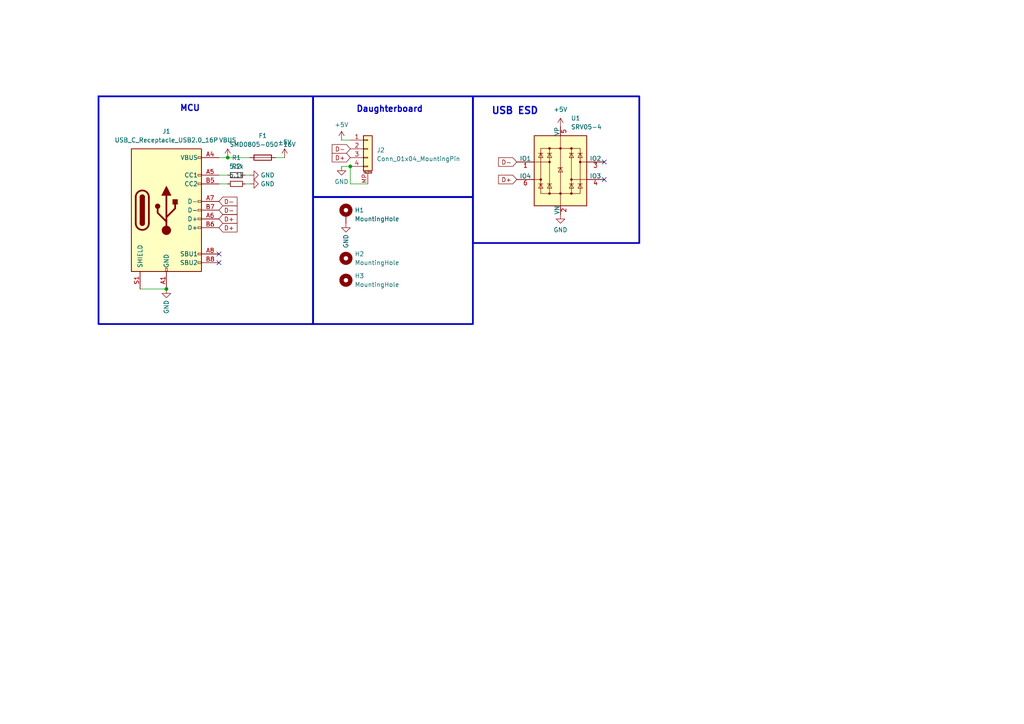
<source format=kicad_sch>
(kicad_sch (version 20231120) (generator "eeschema") (generator_version "8.0")
  (paper "A4")
  (lib_symbols
    (symbol "Connector:USB_C_Receptacle_USB2.0_16P" (pin_names (offset 1.016))
      (property "Reference" "J" (at 0 22.225 0))
      (property "Value" "USB_C_Receptacle_USB2.0_16P" (at 0 19.685 0))
      (symbol "USB_C_Receptacle_USB2.0_16P_0_0"
        (rectangle (start -0.254 -17.78) (end 0.254 -16.764))
        (rectangle (start 10.16 -14.986) (end 9.144 -15.494))
        (rectangle (start 10.16 -12.446) (end 9.144 -12.954))
        (rectangle (start 10.16 -4.826) (end 9.144 -5.334))
        (rectangle (start 10.16 -2.286) (end 9.144 -2.794))
        (rectangle (start 10.16 0.254) (end 9.144 -0.254))
        (rectangle (start 10.16 2.794) (end 9.144 2.286))
        (rectangle (start 10.16 7.874) (end 9.144 7.366))
        (rectangle (start 10.16 10.414) (end 9.144 9.906))
        (rectangle (start 10.16 15.494) (end 9.144 14.986))
      )
      (symbol "USB_C_Receptacle_USB2.0_16P_0_1"
        (rectangle (start -10.16 17.78) (end 10.16 -17.78) (stroke (width 0.254)) (fill (type background)))
        (arc (start -8.89 -3.81) (mid -6.985 -5.7067) (end -5.08 -3.81) (stroke (width 0.508)))
        (arc (start -7.62 -3.81) (mid -6.985 -4.4423) (end -6.35 -3.81) (stroke (width 0.254)))
        (arc (start -7.62 -3.81) (mid -6.985 -4.4423) (end -6.35 -3.81) (stroke (width 0.254)) (fill (type outline)))
        (rectangle (start -7.62 -3.81) (end -6.35 3.81) (stroke (width 0.254)) (fill (type outline)))
        (arc (start -6.35 3.81) (mid -6.985 4.4423) (end -7.62 3.81) (stroke (width 0.254)))
        (arc (start -6.35 3.81) (mid -6.985 4.4423) (end -7.62 3.81) (stroke (width 0.254)) (fill (type outline)))
        (arc (start -5.08 3.81) (mid -6.985 5.7067) (end -8.89 3.81) (stroke (width 0.508)))
        (circle (center -2.54 1.143) (radius 0.635) (stroke (width 0.254)) (fill (type outline)))
        (circle (center 0 -5.842) (radius 1.27) (fill (type outline)))
        (polyline (pts (xy -8.89 -3.81) (xy -8.89 3.81)) (stroke (width 0.508)))
        (polyline (pts (xy -5.08 3.81) (xy -5.08 -3.81)) (stroke (width 0.508)))
        (polyline (pts (xy 0 -5.842) (xy 0 4.318)) (stroke (width 0.508)))
        (polyline (pts (xy 0 -3.302) (xy -2.54 -0.762) (xy -2.54 0.508)) (stroke (width 0.508)))
        (polyline (pts (xy 0 -2.032) (xy 2.54 0.508) (xy 2.54 1.778)) (stroke (width 0.508)))
        (polyline (pts (xy -1.27 4.318) (xy 0 6.858) (xy 1.27 4.318) (xy -1.27 4.318)) (stroke (width 0.254)) (fill (type outline)))
        (rectangle (start 1.905 1.778) (end 3.175 3.048) (stroke (width 0.254)) (fill (type outline)))
      )
      (symbol "USB_C_Receptacle_USB2.0_16P_1_1"
        (pin passive line (at 0 -22.86 90) (length 5.08) (name "GND") (number "A1"))
        (pin passive line (at 0 -22.86 90) (length 5.08) hide (name "GND") (number "A12"))
        (pin passive line (at 15.24 15.24 180) (length 5.08) (name "VBUS") (number "A4"))
        (pin bidirectional line (at 15.24 10.16 180) (length 5.08) (name "CC1") (number "A5"))
        (pin bidirectional line (at 15.24 -2.54 180) (length 5.08) (name "D+") (number "A6"))
        (pin bidirectional line (at 15.24 2.54 180) (length 5.08) (name "D-") (number "A7"))
        (pin bidirectional line (at 15.24 -12.7 180) (length 5.08) (name "SBU1") (number "A8"))
        (pin passive line (at 15.24 15.24 180) (length 5.08) hide (name "VBUS") (number "A9"))
        (pin passive line (at 0 -22.86 90) (length 5.08) hide (name "GND") (number "B1"))
        (pin passive line (at 0 -22.86 90) (length 5.08) hide (name "GND") (number "B12"))
        (pin passive line (at 15.24 15.24 180) (length 5.08) hide (name "VBUS") (number "B4"))
        (pin bidirectional line (at 15.24 7.62 180) (length 5.08) (name "CC2") (number "B5"))
        (pin bidirectional line (at 15.24 -5.08 180) (length 5.08) (name "D+") (number "B6"))
        (pin bidirectional line (at 15.24 0 180) (length 5.08) (name "D-") (number "B7"))
        (pin bidirectional line (at 15.24 -15.24 180) (length 5.08) (name "SBU2") (number "B8"))
        (pin passive line (at 15.24 15.24 180) (length 5.08) hide (name "VBUS") (number "B9"))
        (pin passive line (at -7.62 -22.86 90) (length 5.08) (name "SHIELD") (number "S1"))
      )
    )
    (symbol "Connector_Generic_MountingPin:Conn_01x04_MountingPin" (pin_names (offset 1.016) hide)
      (property "Reference" "J" (at 0 5.08 0))
      (property "Value" "Conn_01x04_MountingPin" (at 1.27 -7.62 0))
      (symbol "Conn_01x04_MountingPin_1_1"
        (rectangle (start -1.27 -4.953) (end 0 -5.207) (stroke (width 0.1524)))
        (rectangle (start -1.27 -2.413) (end 0 -2.667) (stroke (width 0.1524)))
        (rectangle (start -1.27 0.127) (end 0 -0.127) (stroke (width 0.1524)))
        (rectangle (start -1.27 2.667) (end 0 2.413) (stroke (width 0.1524)))
        (rectangle (start -1.27 3.81) (end 1.27 -6.35) (stroke (width 0.254)) (fill (type background)))
        (polyline (pts (xy -1.016 -7.112) (xy 1.016 -7.112)) (stroke (width 0.1524)))
        (text "Mounting" (at 0 -6.731 0) (effects (font (size 0.381 0.381))))
        (pin passive line (at -5.08 2.54 0) (length 3.81) (name "Pin_1") (number "1"))
        (pin passive line (at -5.08 0 0) (length 3.81) (name "Pin_2") (number "2"))
        (pin passive line (at -5.08 -2.54 0) (length 3.81) (name "Pin_3") (number "3"))
        (pin passive line (at -5.08 -5.08 0) (length 3.81) (name "Pin_4") (number "4"))
        (pin passive line (at 0 -10.16 90) (length 3.048) (name "MountPin") (number "MP"))
      )
    )
    (symbol "Device:Fuse" (pin_numbers hide) (pin_names (offset 0))
      (property "Reference" "F" (at 2.032 0 90))
      (property "Value" "Fuse" (at -1.905 0 90))
      (symbol "Fuse_0_1"
        (rectangle (start -0.762 -2.54) (end 0.762 2.54) (stroke (width 0.254)))
        (polyline (pts (xy 0 2.54) (xy 0 -2.54)))
      )
      (symbol "Fuse_1_1"
        (pin passive line (at 0 3.81 270) (length 1.27) (name "~") (number "1"))
        (pin passive line (at 0 -3.81 90) (length 1.27) (name "~") (number "2"))
      )
    )
    (symbol "Device:R_Small" (pin_numbers hide) (pin_names (offset 0.254) hide)
      (property "Reference" "R" (at 0.762 0.508 0))
      (property "Value" "R_Small" (at 0.762 -1.016 0))
      (symbol "R_Small_0_1"
        (rectangle (start -0.762 1.778) (end 0.762 -1.778) (stroke (width 0.2032)))
      )
      (symbol "R_Small_1_1"
        (pin passive line (at 0 2.54 270) (length 0.762) (name "~") (number "1"))
        (pin passive line (at 0 -2.54 90) (length 0.762) (name "~") (number "2"))
      )
    )
    (symbol "Mechanical:MountingHole" (pin_names (offset 1.016))
      (property "Reference" "H" (at 0 5.08 0))
      (property "Value" "MountingHole" (at 0 3.175 0))
      (symbol "MountingHole_0_1"
        (circle (center 0 0) (radius 1.27) (stroke (width 1.27)))
      )
    )
    (symbol "Mechanical:MountingHole_Pad" (pin_numbers hide) (pin_names (offset 1.016) hide)
      (property "Reference" "H" (at 0 6.35 0))
      (property "Value" "MountingHole_Pad" (at 0 4.445 0))
      (symbol "MountingHole_Pad_0_1"
        (circle (center 0 1.27) (radius 1.27) (stroke (width 1.27)))
      )
      (symbol "MountingHole_Pad_1_1"
        (pin input line (at 0 -2.54 90) (length 2.54) (name "1") (number "1"))
      )
    )
    (symbol "PCM_marbastlib-various:SRV05-4" (pin_names (offset 0))
      (property "Reference" "U" (at -5.08 11.43 0))
      (property "Value" "SRV05-4" (at 2.54 11.43 0))
      (symbol "SRV05-4_0_0"
        (rectangle (start -5.715 6.477) (end 5.715 -6.604))
        (polyline (pts (xy -3.175 -6.604) (xy -3.175 6.477)))
        (polyline (pts (xy 3.175 6.477) (xy 3.175 -6.604)))
      )
      (symbol "SRV05-4_0_1"
        (rectangle (start -7.62 10.16) (end 7.62 -10.16) (stroke (width 0.254)) (fill (type background)))
        (circle (center -5.715 -2.54) (radius 0.2794) (fill (type outline)))
        (circle (center -3.175 -6.604) (radius 0.2794) (fill (type outline)))
        (circle (center -3.175 2.54) (radius 0.2794) (fill (type outline)))
        (circle (center -3.175 6.477) (radius 0.2794) (fill (type outline)))
        (circle (center 0 -6.604) (radius 0.2794) (fill (type outline)))
        (polyline (pts (xy -7.747 2.54) (xy -3.175 2.54)))
        (polyline (pts (xy -7.62 -2.54) (xy -5.715 -2.54)))
        (polyline (pts (xy -5.08 -3.81) (xy -6.35 -3.81)))
        (polyline (pts (xy -5.08 5.08) (xy -6.35 5.08)))
        (polyline (pts (xy -2.54 -3.81) (xy -3.81 -3.81)))
        (polyline (pts (xy -2.54 5.08) (xy -3.81 5.08)))
        (polyline (pts (xy 0 10.16) (xy 0 -10.16)))
        (polyline (pts (xy 3.81 -3.81) (xy 2.54 -3.81)))
        (polyline (pts (xy 3.81 5.08) (xy 2.54 5.08)))
        (polyline (pts (xy 6.35 -3.81) (xy 5.08 -3.81)))
        (polyline (pts (xy 6.35 5.08) (xy 5.08 5.08)))
        (polyline (pts (xy 7.62 -2.54) (xy 3.175 -2.54)))
        (polyline (pts (xy 7.62 2.54) (xy 5.715 2.54)))
        (polyline (pts (xy 0.635 0.889) (xy -0.635 0.889) (xy -0.635 0.635)))
        (polyline (pts (xy -5.08 -5.08) (xy -6.35 -5.08) (xy -5.715 -3.81) (xy -5.08 -5.08)))
        (polyline (pts (xy -5.08 3.81) (xy -6.35 3.81) (xy -5.715 5.08) (xy -5.08 3.81)))
        (polyline (pts (xy -2.54 -5.08) (xy -3.81 -5.08) (xy -3.175 -3.81) (xy -2.54 -5.08)))
        (polyline (pts (xy -2.54 3.81) (xy -3.81 3.81) (xy -3.175 5.08) (xy -2.54 3.81)))
        (polyline (pts (xy 0.635 -0.381) (xy -0.635 -0.381) (xy 0 0.889) (xy 0.635 -0.381)))
        (polyline (pts (xy 3.81 -5.08) (xy 2.54 -5.08) (xy 3.175 -3.81) (xy 3.81 -5.08)))
        (polyline (pts (xy 3.81 3.81) (xy 2.54 3.81) (xy 3.175 5.08) (xy 3.81 3.81)))
        (polyline (pts (xy 6.35 -5.08) (xy 5.08 -5.08) (xy 5.715 -3.81) (xy 6.35 -5.08)))
        (polyline (pts (xy 6.35 3.81) (xy 5.08 3.81) (xy 5.715 5.08) (xy 6.35 3.81)))
        (circle (center 0 6.477) (radius 0.2794) (fill (type outline)))
        (circle (center 3.175 -6.604) (radius 0.2794) (fill (type outline)))
        (circle (center 3.175 -2.54) (radius 0.2794) (fill (type outline)))
        (circle (center 3.175 6.477) (radius 0.2794) (fill (type outline)))
        (circle (center 5.715 2.54) (radius 0.2794) (fill (type outline)))
      )
      (symbol "SRV05-4_1_1"
        (pin passive line (at -12.7 2.54 0) (length 5.08) (name "IO1") (number "1"))
        (pin passive line (at 0 -12.7 90) (length 2.54) (name "VN") (number "2"))
        (pin passive line (at 12.7 2.54 180) (length 5.08) (name "IO2") (number "3"))
        (pin passive line (at 12.7 -2.54 180) (length 5.08) (name "IO3") (number "4"))
        (pin passive line (at 0 12.7 270) (length 2.54) (name "VP") (number "5"))
        (pin passive line (at -12.7 -2.54 0) (length 5.08) (name "IO4") (number "6"))
      )
    )
    (symbol "power:+5V" (power) (pin_numbers hide) (pin_names (offset 0) hide)
      (property "Value" "+5V" (at 0 3.556 0))
      (symbol "+5V_0_1"
        (polyline (pts (xy -0.762 1.27) (xy 0 2.54)))
        (polyline (pts (xy 0 0) (xy 0 2.54)))
        (polyline (pts (xy 0 2.54) (xy 0.762 1.27)))
      )
      (symbol "+5V_1_1"
        (pin power_in line (at 0 0 90) (length 0) (name "~") (number "1"))
      )
    )
    (symbol "power:GND" (power) (pin_names (offset 0))
      (property "Value" "GND" (at 0 -3.81 0))
      (symbol "GND_0_1"
        (polyline (pts (xy 0 0) (xy 0 -1.27) (xy 1.27 -1.27) (xy 0 -2.54) (xy -1.27 -1.27) (xy 0 -1.27)))
      )
      (symbol "GND_1_1"
        (pin power_in line (at 0 0 270) (length 0) hide (name "GND") (number "1"))
      )
    )
    (symbol "power:VBUS" (power) (pin_numbers hide) (pin_names (offset 0) hide)
      (property "Value" "VBUS" (at 0 3.556 0))
      (symbol "VBUS_0_1"
        (polyline (pts (xy -0.762 1.27) (xy 0 2.54)))
        (polyline (pts (xy 0 0) (xy 0 2.54)))
        (polyline (pts (xy 0 2.54) (xy 0.762 1.27)))
      )
      (symbol "VBUS_1_1"
        (pin power_in line (at 0 0 90) (length 0) (name "~") (number "1"))
      )
    )
  )
  (junction (at 48.26 83.82))
  (junction (at 66.04 45.72))
  (junction (at 101.6 48.26))
  (no_connect (at 175.26 52.07))
  (no_connect (at 63.5 73.66))
  (no_connect (at 63.5 76.2))
  (no_connect (at 175.26 46.99))
  (wire (pts (xy 99.06 48.26) (xy 101.6 48.26)))
  (wire (pts (xy 63.5 50.8) (xy 66.04 50.8)))
  (wire (pts (xy 101.6 48.26) (xy 101.6 53.34)))
  (wire (pts (xy 66.04 45.72) (xy 72.39 45.72)))
  (wire (pts (xy 63.5 45.72) (xy 66.04 45.72)))
  (wire (pts (xy 71.12 50.8) (xy 72.39 50.8)))
  (wire (pts (xy 63.5 53.34) (xy 66.04 53.34)))
  (wire (pts (xy 40.64 83.82) (xy 48.26 83.82)))
  (wire (pts (xy 80.01 45.72) (xy 82.55 45.72)))
  (wire (pts (xy 99.06 40.64) (xy 101.6 40.64)))
  (wire (pts (xy 101.6 53.34) (xy 106.68 53.34)))
  (wire (pts (xy 71.12 53.34) (xy 72.39 53.34)))
  (rectangle (start 28.575 27.94) (end 90.805 93.98) (stroke (width 0.5)))
  (rectangle (start 90.805 27.94) (end 137.16 57.15) (stroke (width 0.5)))
  (rectangle (start 90.805 57.15) (end 137.16 93.98) (stroke (width 0.5)))
  (rectangle (start 137.16 27.94) (end 185.42 70.485) (stroke (width 0.5)))
  (text "MCU" (at 55.118 31.496 0) (effects (font (size 1.75 1.75) (thickness 0.35) (bold yes))))
  (text "USB ESD" (at 149.352 32.258 0) (effects (font (size 2 2) (thickness 0.4) (bold yes))))
  (text "Daughterboard" (at 113.03 31.75 0) (effects (font (size 1.75 1.75) (thickness 0.35) (bold yes))))
  (global_label "D+" (shape input) (at 63.5 63.5 0) (property "Intersheetrefs" "${INTERSHEET_REFS}" (effects (hide yes))))
  (global_label "D-" (shape input) (at 101.6 43.18 180) (property "Intersheetrefs" "${INTERSHEET_REFS}" (effects (hide yes))))
  (global_label "D-" (shape input) (at 63.5 58.42 0) (property "Intersheetrefs" "${INTERSHEET_REFS}" (effects (hide yes))))
  (global_label "D-" (shape input) (at 149.86 46.99 180) (property "Intersheetrefs" "${INTERSHEET_REFS}" (effects (hide yes))))
  (global_label "D+" (shape input) (at 63.5 66.04 0) (property "Intersheetrefs" "${INTERSHEET_REFS}" (effects (hide yes))))
  (global_label "D+" (shape input) (at 101.6 45.72 180) (property "Intersheetrefs" "${INTERSHEET_REFS}" (effects (hide yes))))
  (global_label "D+" (shape input) (at 149.86 52.07 180) (property "Intersheetrefs" "${INTERSHEET_REFS}" (effects (hide yes))))
  (global_label "D-" (shape input) (at 63.5 60.96 0) (property "Intersheetrefs" "${INTERSHEET_REFS}" (effects (hide yes))))
  (symbol (lib_id "Mechanical:MountingHole") (at 100.33 81.28 0) (unit 1) (in_bom no)
    (property "Reference" "H3" (at 102.87 80.0099 0) (effects (justify left)))
    (property "Value" "MountingHole" (at 102.87 82.5499 0) (effects (justify left)))
    (property "Footprint" "MountingHole:MountingHole_2.7mm_M2.5" (effects (hide yes)))
  )
  (symbol (lib_id "Device:R_Small") (at 68.58 50.8 90) (unit 1)
    (property "Reference" "R1" (at 68.58 45.72 90))
    (property "Value" "5.1k" (at 68.58 48.26 90))
    (property "Footprint" "Capacitor_SMD:C_0603_1608Metric_Pad1.08x0.95mm_HandSolder" (effects (hide yes)))
    (property "Description" "Resistor, small symbol" (effects (hide yes)))
    (property "Digikey" "P5.10KHCT-ND" (effects (hide yes)))
  )
  (symbol (lib_id "Connector_Generic_MountingPin:Conn_01x04_MountingPin") (at 106.68 43.18 0) (unit 1)
    (property "Reference" "J2" (at 109.22 43.5355 0) (effects (justify left)))
    (property "Value" "Conn_01x04_MountingPin" (at 109.22 46.0755 0) (effects (justify left)))
    (property "Footprint" "Connector_JST:JST_SH_SM04B-SRSS-TB_1x04-1MP_P1.00mm_Horizontal" (effects (hide yes)))
    (property "Description" "Generic connectable mounting pin connector, single row, 01x04, script generated (kicad-library-utils/schlib/autogen/connector/)" (effects (hide yes)))
    (property "Digikey" "455-SM04B-SRSS-TBCT-ND" (effects (hide yes)))
  )
  (symbol (lib_id "power:GND") (at 48.26 83.82 0) (unit 1)
    (property "Reference" "#PWR01" (effects (hide yes)))
    (property "Value" "GND" (at 48.26 86.995 90) (effects (justify right)))
  )
  (symbol (lib_id "Device:Fuse") (at 76.2 45.72 90) (unit 1)
    (property "Reference" "F1" (at 76.2 39.37 90))
    (property "Value" "SMD0805-050-16V" (at 76.2 41.91 90))
    (property "Footprint" "Fuse:Fuse_1206_3216Metric" (effects (hide yes)))
    (property "Manufacturer" "TECHFUSE" (effects (hide yes)))
    (property "Manufacturer Part Number" "SMD0805-050-16V" (effects (hide yes)))
    (property "LCSC Part Number" "C2833485" (effects (hide yes)))
    (property "Package" "F0805" (effects (hide yes)))
    (property "Digikey" "18-1206L050/24WRCT-ND" (effects (hide yes)))
  )
  (symbol (lib_id "power:GND") (at 162.56 62.23 0) (unit 1)
    (property "Reference" "#PWR010" (effects (hide yes)))
    (property "Value" "GND" (at 162.56 66.675 0))
    (property "Description" "Power symbol creates a global label with name \"GND\" , ground" (effects (hide yes)))
  )
  (symbol (lib_id "power:GND") (at 99.06 48.26 0) (unit 1)
    (property "Reference" "#PWR07" (effects (hide yes)))
    (property "Value" "GND" (at 99.06 52.705 0))
    (property "Description" "Power symbol creates a global label with name \"GND\" , ground" (effects (hide yes)))
  )
  (symbol (lib_id "PCM_marbastlib-various:SRV05-4") (at 162.56 49.53 0) (unit 1)
    (property "Reference" "U1" (at 165.5765 34.29 0) (effects (justify left)))
    (property "Value" "SRV05-4" (at 165.5765 36.83 0) (effects (justify left)))
    (property "Footprint" "PCM_marbastlib-various:SOT-23-6-routable" (effects (hide yes)))
    (property "Datasheet" "http://www.onsemi.com/pub/Collateral/SRV05-4-D.PDF" (effects (hide yes)))
    (property "Description" "ESD Protection Diodes with Low Clamping Voltage, SOT-23-6" (effects (hide yes)))
    (property "Digikey" "5399-SRV05-4CT-ND" (effects (hide yes)))
  )
  (symbol (lib_id "power:VBUS") (at 66.04 45.72 0) (unit 1)
    (property "Reference" "#PWR02" (effects (hide yes)))
    (property "Value" "VBUS" (at 66.04 40.64 0))
    (property "Description" "Power symbol creates a global label with name \"VBUS\"" (effects (hide yes)))
  )
  (symbol (lib_id "power:+5V") (at 99.06 40.64 0) (unit 1)
    (property "Reference" "#PWR06" (effects (hide yes)))
    (property "Value" "+5V" (at 99.06 36.195 0))
    (property "Description" "Power symbol creates a global label with name \"+5V\"" (effects (hide yes)))
  )
  (symbol (lib_id "power:GND") (at 72.39 50.8 90) (unit 1)
    (property "Reference" "#PWR03" (effects (hide yes)))
    (property "Value" "GND" (at 75.565 50.8 90) (effects (justify right)))
  )
  (symbol (lib_id "power:+5V") (at 82.55 45.72 0) (unit 1)
    (property "Reference" "#PWR05" (effects (hide yes)))
    (property "Value" "+5V" (at 82.55 41.275 0))
    (property "Description" "Power symbol creates a global label with name \"+5V\"" (effects (hide yes)))
  )
  (symbol (lib_id "Connector:USB_C_Receptacle_USB2.0_16P") (at 48.26 60.96 0) (unit 1)
    (property "Reference" "J1" (at 48.26 38.1 0))
    (property "Value" "USB_C_Receptacle_USB2.0_16P" (at 48.26 40.64 0))
    (property "Footprint" "mx-unsaver:PHOENIX_1332645" (effects (hide yes)))
    (property "Datasheet" "https://www.usb.org/sites/default/files/documents/usb_type-c.zip" (effects (hide yes)))
    (property "Description" "USB 2.0-only 16P Type-C Receptacle connector" (effects (hide yes)))
    (property "Digikey" "277-1332645CT-ND" (effects (hide yes)))
  )
  (symbol (lib_id "Device:R_Small") (at 68.58 53.34 90) (unit 1)
    (property "Reference" "R2" (at 68.58 48.26 90))
    (property "Value" "5.1k" (at 68.58 50.8 90))
    (property "Footprint" "Capacitor_SMD:C_0603_1608Metric_Pad1.08x0.95mm_HandSolder" (effects (hide yes)))
    (property "Description" "Resistor, small symbol" (effects (hide yes)))
    (property "Digikey" "P5.10KHCT-ND" (effects (hide yes)))
  )
  (symbol (lib_id "Mechanical:MountingHole_Pad") (at 100.33 62.23 0) (unit 1) (in_bom no)
    (property "Reference" "H1" (at 102.87 60.9599 0) (effects (justify left)))
    (property "Value" "MountingHole" (at 102.87 63.4999 0) (effects (justify left)))
    (property "Footprint" "MountingHole:MountingHole_2.5mm_Pad" (effects (hide yes)))
  )
  (symbol (lib_id "power:+5V") (at 162.56 36.83 0) (unit 1)
    (property "Reference" "#PWR09" (effects (hide yes)))
    (property "Value" "+5V" (at 162.56 31.75 0))
    (property "Description" "Power symbol creates a global label with name \"+5V\"" (effects (hide yes)))
  )
  (symbol (lib_id "power:GND") (at 72.39 53.34 90) (unit 1)
    (property "Reference" "#PWR04" (effects (hide yes)))
    (property "Value" "GND" (at 75.565 53.34 90) (effects (justify right)))
  )
  (symbol (lib_id "power:GND") (at 100.33 64.77 0) (unit 1)
    (property "Reference" "#PWR08" (effects (hide yes)))
    (property "Value" "GND" (at 100.33 67.945 90) (effects (justify right)))
  )
  (symbol (lib_id "Mechanical:MountingHole") (at 100.33 74.93 0) (unit 1) (in_bom no)
    (property "Reference" "H2" (at 102.87 73.6599 0) (effects (justify left)))
    (property "Value" "MountingHole" (at 102.87 76.1999 0) (effects (justify left)))
    (property "Footprint" "MountingHole:MountingHole_2.7mm_M2.5" (effects (hide yes)))
  )
)
</source>
